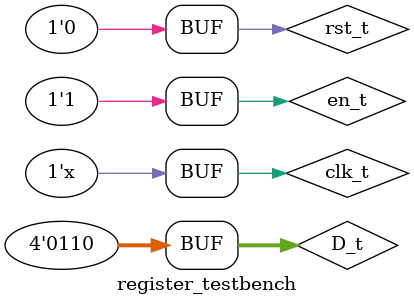
<source format=sv>
`timescale 1ns / 1ps


module register_testbench();

reg [3:0] D_t;
reg clk_t, en_t, rst_t;
wire [3:0] Q_t;

register #(.N(4)) dut(
    .clk(clk_t),
    .rst(rst_t),
    .en(en_t),
    .D(D_t),
    .Q(Q_t)
);

always begin 
    clk_t = ~clk_t; #5;
    end 
    
 initial begin 
    clk_t = 0; en_t = 0; rst_t = 0; D_t = 4'h0; #7; 
    rst_t = 1; #3; 
    D_t = 4'hA; en_t = 1; rst_t = 0; #10;
    D_t = 4'h3; #2;
    en_t = 0;   #5;
    en_t = 1;   #3;
    D_t = 4'b0; #2;
    en_t = 0;   #10;
    en_t = 1;   #2;
    D_t = 4'h6; #11;
    end

endmodule

</source>
